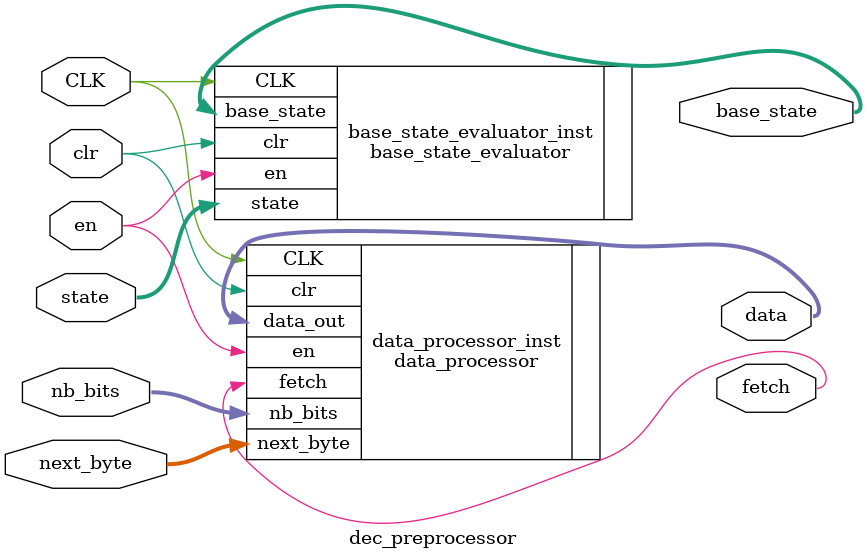
<source format=v>
`timescale 1ns / 1ps


module dec_preprocessor(
    input CLK,
    input clr,
    input en,
    input [2:0] nb_bits,
    input [R-1:0] state,
    input [7:0] next_byte,
    output [7:0] base_state,
    output [7:0] data,
    output fetch
    );
    
    parameter R = 4;
    
    base_state_evaluator #(.R(R)) base_state_evaluator_inst(
        .CLK(CLK),
        .clr(clr),
        .en(en),
        .state(state),
        .base_state(base_state)
    );
    
    data_processor data_processor_inst(
        .CLK(CLK),
        .clr(clr),
        .en(en),
        .nb_bits(nb_bits),
        .next_byte(next_byte),
        .data_out(data),
        .fetch(fetch)
    );
    
endmodule

</source>
